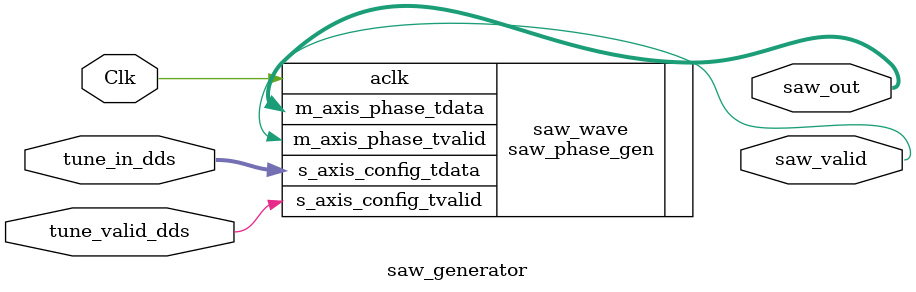
<source format=sv>
`timescale 1ns / 1ps
module saw_generator(input logic  Clk,                
                     input logic  [21:0] tune_in_dds, 
                     input logic  tune_valid_dds,     
                     output logic [15:0] saw_out,
                     output logic saw_valid  
                     );
    //fo = tune_word * f_clk / 2^16
    /* Xilinx PG141: basically tune_in_dds is 24 bits wide but only uses 22 bits; last 2 truncated
    When the DDS Compiler is configured to be a SIN/COS LUT only, the PHASE_IN field is
    mapped to s_axis_phase_tdata. The PHASE_IN field occupies a byte-oriented field in
    the least significant portion of the bus. So the width of s_axis_phase_tdata is the
    minimum multiple of 8 bits required to accommodate the PHASE_IN width. Because this is
    an input, any additional bits required to achieve this byte orientation are ignored by the
    core and are optimized away during synthesis or mapping.
    */                                                   
    saw_phase_gen saw_wave(.aclk(Clk), 
                           .s_axis_config_tvalid(tune_valid_dds), //s_axis_config_tvalid(tune_valid_dds)
                           .s_axis_config_tdata(tune_in_dds),  //s_axis_config_tdata(tune_in_dds)
                           .m_axis_phase_tvalid(saw_valid), 
                           .m_axis_phase_tdata(saw_out));
    
endmodule

</source>
